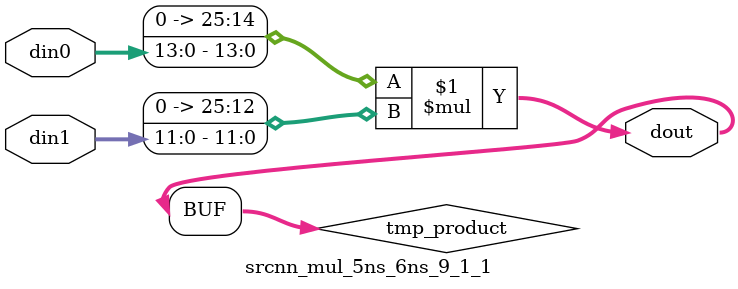
<source format=v>

`timescale 1 ns / 1 ps

  module srcnn_mul_5ns_6ns_9_1_1(din0, din1, dout);
parameter ID = 1;
parameter NUM_STAGE = 0;
parameter din0_WIDTH = 14;
parameter din1_WIDTH = 12;
parameter dout_WIDTH = 26;

input [din0_WIDTH - 1 : 0] din0; 
input [din1_WIDTH - 1 : 0] din1; 
output [dout_WIDTH - 1 : 0] dout;

wire signed [dout_WIDTH - 1 : 0] tmp_product;










assign tmp_product = $signed({1'b0, din0}) * $signed({1'b0, din1});











assign dout = tmp_product;







endmodule

</source>
